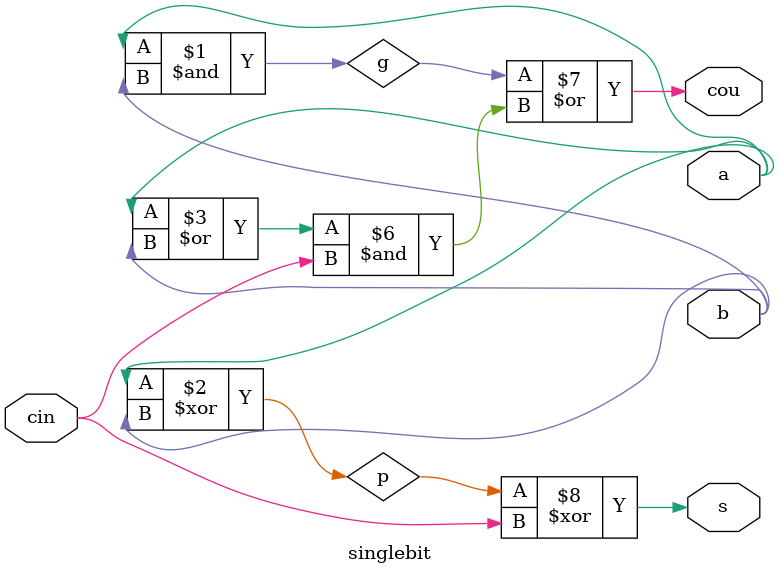
<source format=sv>
`timescale 1ns / 1ps


module singlebit(
 output a,
   output b,
   input cin,
   output cou,
   output s
    );
     logic  p, g,k;
         
           assign g = a & b;
           assign p = a ^ b;
           assign k = ~(a | b);
           
           assign cou = g | (~k & cin);
           assign s = p ^ cin;
endmodule

</source>
